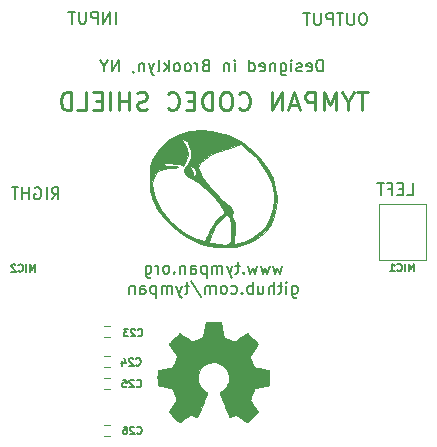
<source format=gbr>
G04 #@! TF.GenerationSoftware,KiCad,Pcbnew,(5.0.1-3-g963ef8bb5)*
G04 #@! TF.CreationDate,2019-01-09T17:43:23-05:00*
G04 #@! TF.ProjectId,Tympan_AIC_Shield,54796D70616E5F4149435F536869656C,rev?*
G04 #@! TF.SameCoordinates,PX6d878d0PY5279480*
G04 #@! TF.FileFunction,Legend,Bot*
G04 #@! TF.FilePolarity,Positive*
%FSLAX46Y46*%
G04 Gerber Fmt 4.6, Leading zero omitted, Abs format (unit mm)*
G04 Created by KiCad (PCBNEW (5.0.1-3-g963ef8bb5)) date Wednesday, January 09, 2019 at 05:43:23 PM*
%MOMM*%
%LPD*%
G01*
G04 APERTURE LIST*
%ADD10C,0.200000*%
%ADD11C,0.250000*%
%ADD12C,0.120000*%
%ADD13C,0.100000*%
%ADD14C,0.010000*%
%ADD15C,0.127000*%
G04 APERTURE END LIST*
D10*
X5308333Y23397620D02*
X5641666Y23873810D01*
X5879761Y23397620D02*
X5879761Y24397620D01*
X5498809Y24397620D01*
X5403571Y24350000D01*
X5355952Y24302381D01*
X5308333Y24207143D01*
X5308333Y24064286D01*
X5355952Y23969048D01*
X5403571Y23921429D01*
X5498809Y23873810D01*
X5879761Y23873810D01*
X4879761Y23397620D02*
X4879761Y24397620D01*
X3879761Y24350000D02*
X3975000Y24397620D01*
X4117857Y24397620D01*
X4260714Y24350000D01*
X4355952Y24254762D01*
X4403571Y24159524D01*
X4451190Y23969048D01*
X4451190Y23826191D01*
X4403571Y23635715D01*
X4355952Y23540477D01*
X4260714Y23445239D01*
X4117857Y23397620D01*
X4022619Y23397620D01*
X3879761Y23445239D01*
X3832142Y23492858D01*
X3832142Y23826191D01*
X4022619Y23826191D01*
X3403571Y23397620D02*
X3403571Y24397620D01*
X3403571Y23921429D02*
X2832142Y23921429D01*
X2832142Y23397620D02*
X2832142Y24397620D01*
X2498809Y24397620D02*
X1927380Y24397620D01*
X2213095Y23397620D02*
X2213095Y24397620D01*
X35402380Y23772620D02*
X35878571Y23772620D01*
X35878571Y24772620D01*
X35069047Y24296429D02*
X34735714Y24296429D01*
X34592857Y23772620D02*
X35069047Y23772620D01*
X35069047Y24772620D01*
X34592857Y24772620D01*
X33830952Y24296429D02*
X34164285Y24296429D01*
X34164285Y23772620D02*
X34164285Y24772620D01*
X33688095Y24772620D01*
X33450000Y24772620D02*
X32878571Y24772620D01*
X33164285Y23772620D02*
X33164285Y24772620D01*
X10728571Y38272620D02*
X10728571Y39272620D01*
X10252380Y38272620D02*
X10252380Y39272620D01*
X9680952Y38272620D01*
X9680952Y39272620D01*
X9204761Y38272620D02*
X9204761Y39272620D01*
X8823809Y39272620D01*
X8728571Y39225000D01*
X8680952Y39177381D01*
X8633333Y39082143D01*
X8633333Y38939286D01*
X8680952Y38844048D01*
X8728571Y38796429D01*
X8823809Y38748810D01*
X9204761Y38748810D01*
X8204761Y39272620D02*
X8204761Y38463096D01*
X8157142Y38367858D01*
X8109523Y38320239D01*
X8014285Y38272620D01*
X7823809Y38272620D01*
X7728571Y38320239D01*
X7680952Y38367858D01*
X7633333Y38463096D01*
X7633333Y39272620D01*
X7300000Y39272620D02*
X6728571Y39272620D01*
X7014285Y38272620D02*
X7014285Y39272620D01*
X31779761Y39147620D02*
X31589285Y39147620D01*
X31494047Y39100000D01*
X31398809Y39004762D01*
X31351190Y38814286D01*
X31351190Y38480953D01*
X31398809Y38290477D01*
X31494047Y38195239D01*
X31589285Y38147620D01*
X31779761Y38147620D01*
X31875000Y38195239D01*
X31970238Y38290477D01*
X32017857Y38480953D01*
X32017857Y38814286D01*
X31970238Y39004762D01*
X31875000Y39100000D01*
X31779761Y39147620D01*
X30922619Y39147620D02*
X30922619Y38338096D01*
X30875000Y38242858D01*
X30827380Y38195239D01*
X30732142Y38147620D01*
X30541666Y38147620D01*
X30446428Y38195239D01*
X30398809Y38242858D01*
X30351190Y38338096D01*
X30351190Y39147620D01*
X30017857Y39147620D02*
X29446428Y39147620D01*
X29732142Y38147620D02*
X29732142Y39147620D01*
X29113095Y38147620D02*
X29113095Y39147620D01*
X28732142Y39147620D01*
X28636904Y39100000D01*
X28589285Y39052381D01*
X28541666Y38957143D01*
X28541666Y38814286D01*
X28589285Y38719048D01*
X28636904Y38671429D01*
X28732142Y38623810D01*
X29113095Y38623810D01*
X28113095Y39147620D02*
X28113095Y38338096D01*
X28065476Y38242858D01*
X28017857Y38195239D01*
X27922619Y38147620D01*
X27732142Y38147620D01*
X27636904Y38195239D01*
X27589285Y38242858D01*
X27541666Y38338096D01*
X27541666Y39147620D01*
X27208333Y39147620D02*
X26636904Y39147620D01*
X26922619Y38147620D02*
X26922619Y39147620D01*
X24809523Y17764286D02*
X24619047Y17097620D01*
X24428571Y17573810D01*
X24238095Y17097620D01*
X24047619Y17764286D01*
X23761904Y17764286D02*
X23571428Y17097620D01*
X23380952Y17573810D01*
X23190476Y17097620D01*
X23000000Y17764286D01*
X22714285Y17764286D02*
X22523809Y17097620D01*
X22333333Y17573810D01*
X22142857Y17097620D01*
X21952380Y17764286D01*
X21571428Y17192858D02*
X21523809Y17145239D01*
X21571428Y17097620D01*
X21619047Y17145239D01*
X21571428Y17192858D01*
X21571428Y17097620D01*
X21238095Y17764286D02*
X20857142Y17764286D01*
X21095238Y18097620D02*
X21095238Y17240477D01*
X21047619Y17145239D01*
X20952380Y17097620D01*
X20857142Y17097620D01*
X20619047Y17764286D02*
X20380952Y17097620D01*
X20142857Y17764286D02*
X20380952Y17097620D01*
X20476190Y16859524D01*
X20523809Y16811905D01*
X20619047Y16764286D01*
X19761904Y17097620D02*
X19761904Y17764286D01*
X19761904Y17669048D02*
X19714285Y17716667D01*
X19619047Y17764286D01*
X19476190Y17764286D01*
X19380952Y17716667D01*
X19333333Y17621429D01*
X19333333Y17097620D01*
X19333333Y17621429D02*
X19285714Y17716667D01*
X19190476Y17764286D01*
X19047619Y17764286D01*
X18952380Y17716667D01*
X18904761Y17621429D01*
X18904761Y17097620D01*
X18428571Y17764286D02*
X18428571Y16764286D01*
X18428571Y17716667D02*
X18333333Y17764286D01*
X18142857Y17764286D01*
X18047619Y17716667D01*
X18000000Y17669048D01*
X17952380Y17573810D01*
X17952380Y17288096D01*
X18000000Y17192858D01*
X18047619Y17145239D01*
X18142857Y17097620D01*
X18333333Y17097620D01*
X18428571Y17145239D01*
X17095238Y17097620D02*
X17095238Y17621429D01*
X17142857Y17716667D01*
X17238095Y17764286D01*
X17428571Y17764286D01*
X17523809Y17716667D01*
X17095238Y17145239D02*
X17190476Y17097620D01*
X17428571Y17097620D01*
X17523809Y17145239D01*
X17571428Y17240477D01*
X17571428Y17335715D01*
X17523809Y17430953D01*
X17428571Y17478572D01*
X17190476Y17478572D01*
X17095238Y17526191D01*
X16619047Y17764286D02*
X16619047Y17097620D01*
X16619047Y17669048D02*
X16571428Y17716667D01*
X16476190Y17764286D01*
X16333333Y17764286D01*
X16238095Y17716667D01*
X16190476Y17621429D01*
X16190476Y17097620D01*
X15714285Y17192858D02*
X15666666Y17145239D01*
X15714285Y17097620D01*
X15761904Y17145239D01*
X15714285Y17192858D01*
X15714285Y17097620D01*
X15095238Y17097620D02*
X15190476Y17145239D01*
X15238095Y17192858D01*
X15285714Y17288096D01*
X15285714Y17573810D01*
X15238095Y17669048D01*
X15190476Y17716667D01*
X15095238Y17764286D01*
X14952380Y17764286D01*
X14857142Y17716667D01*
X14809523Y17669048D01*
X14761904Y17573810D01*
X14761904Y17288096D01*
X14809523Y17192858D01*
X14857142Y17145239D01*
X14952380Y17097620D01*
X15095238Y17097620D01*
X14333333Y17097620D02*
X14333333Y17764286D01*
X14333333Y17573810D02*
X14285714Y17669048D01*
X14238095Y17716667D01*
X14142857Y17764286D01*
X14047619Y17764286D01*
X13285714Y17764286D02*
X13285714Y16954762D01*
X13333333Y16859524D01*
X13380952Y16811905D01*
X13476190Y16764286D01*
X13619047Y16764286D01*
X13714285Y16811905D01*
X13285714Y17145239D02*
X13380952Y17097620D01*
X13571428Y17097620D01*
X13666666Y17145239D01*
X13714285Y17192858D01*
X13761904Y17288096D01*
X13761904Y17573810D01*
X13714285Y17669048D01*
X13666666Y17716667D01*
X13571428Y17764286D01*
X13380952Y17764286D01*
X13285714Y17716667D01*
X25666666Y16064286D02*
X25666666Y15254762D01*
X25714285Y15159524D01*
X25761904Y15111905D01*
X25857142Y15064286D01*
X26000000Y15064286D01*
X26095238Y15111905D01*
X25666666Y15445239D02*
X25761904Y15397620D01*
X25952380Y15397620D01*
X26047619Y15445239D01*
X26095238Y15492858D01*
X26142857Y15588096D01*
X26142857Y15873810D01*
X26095238Y15969048D01*
X26047619Y16016667D01*
X25952380Y16064286D01*
X25761904Y16064286D01*
X25666666Y16016667D01*
X25190476Y15397620D02*
X25190476Y16064286D01*
X25190476Y16397620D02*
X25238095Y16350000D01*
X25190476Y16302381D01*
X25142857Y16350000D01*
X25190476Y16397620D01*
X25190476Y16302381D01*
X24857142Y16064286D02*
X24476190Y16064286D01*
X24714285Y16397620D02*
X24714285Y15540477D01*
X24666666Y15445239D01*
X24571428Y15397620D01*
X24476190Y15397620D01*
X24142857Y15397620D02*
X24142857Y16397620D01*
X23714285Y15397620D02*
X23714285Y15921429D01*
X23761904Y16016667D01*
X23857142Y16064286D01*
X24000000Y16064286D01*
X24095238Y16016667D01*
X24142857Y15969048D01*
X22809523Y16064286D02*
X22809523Y15397620D01*
X23238095Y16064286D02*
X23238095Y15540477D01*
X23190476Y15445239D01*
X23095238Y15397620D01*
X22952380Y15397620D01*
X22857142Y15445239D01*
X22809523Y15492858D01*
X22333333Y15397620D02*
X22333333Y16397620D01*
X22333333Y16016667D02*
X22238095Y16064286D01*
X22047619Y16064286D01*
X21952380Y16016667D01*
X21904761Y15969048D01*
X21857142Y15873810D01*
X21857142Y15588096D01*
X21904761Y15492858D01*
X21952380Y15445239D01*
X22047619Y15397620D01*
X22238095Y15397620D01*
X22333333Y15445239D01*
X21428571Y15492858D02*
X21380952Y15445239D01*
X21428571Y15397620D01*
X21476190Y15445239D01*
X21428571Y15492858D01*
X21428571Y15397620D01*
X20523809Y15445239D02*
X20619047Y15397620D01*
X20809523Y15397620D01*
X20904761Y15445239D01*
X20952380Y15492858D01*
X21000000Y15588096D01*
X21000000Y15873810D01*
X20952380Y15969048D01*
X20904761Y16016667D01*
X20809523Y16064286D01*
X20619047Y16064286D01*
X20523809Y16016667D01*
X19952380Y15397620D02*
X20047619Y15445239D01*
X20095238Y15492858D01*
X20142857Y15588096D01*
X20142857Y15873810D01*
X20095238Y15969048D01*
X20047619Y16016667D01*
X19952380Y16064286D01*
X19809523Y16064286D01*
X19714285Y16016667D01*
X19666666Y15969048D01*
X19619047Y15873810D01*
X19619047Y15588096D01*
X19666666Y15492858D01*
X19714285Y15445239D01*
X19809523Y15397620D01*
X19952380Y15397620D01*
X19190476Y15397620D02*
X19190476Y16064286D01*
X19190476Y15969048D02*
X19142857Y16016667D01*
X19047619Y16064286D01*
X18904761Y16064286D01*
X18809523Y16016667D01*
X18761904Y15921429D01*
X18761904Y15397620D01*
X18761904Y15921429D02*
X18714285Y16016667D01*
X18619047Y16064286D01*
X18476190Y16064286D01*
X18380952Y16016667D01*
X18333333Y15921429D01*
X18333333Y15397620D01*
X17142857Y16445239D02*
X18000000Y15159524D01*
X16952380Y16064286D02*
X16571428Y16064286D01*
X16809523Y16397620D02*
X16809523Y15540477D01*
X16761904Y15445239D01*
X16666666Y15397620D01*
X16571428Y15397620D01*
X16333333Y16064286D02*
X16095238Y15397620D01*
X15857142Y16064286D02*
X16095238Y15397620D01*
X16190476Y15159524D01*
X16238095Y15111905D01*
X16333333Y15064286D01*
X15476190Y15397620D02*
X15476190Y16064286D01*
X15476190Y15969048D02*
X15428571Y16016667D01*
X15333333Y16064286D01*
X15190476Y16064286D01*
X15095238Y16016667D01*
X15047619Y15921429D01*
X15047619Y15397620D01*
X15047619Y15921429D02*
X15000000Y16016667D01*
X14904761Y16064286D01*
X14761904Y16064286D01*
X14666666Y16016667D01*
X14619047Y15921429D01*
X14619047Y15397620D01*
X14142857Y16064286D02*
X14142857Y15064286D01*
X14142857Y16016667D02*
X14047619Y16064286D01*
X13857142Y16064286D01*
X13761904Y16016667D01*
X13714285Y15969048D01*
X13666666Y15873810D01*
X13666666Y15588096D01*
X13714285Y15492858D01*
X13761904Y15445239D01*
X13857142Y15397620D01*
X14047619Y15397620D01*
X14142857Y15445239D01*
X12809523Y15397620D02*
X12809523Y15921429D01*
X12857142Y16016667D01*
X12952380Y16064286D01*
X13142857Y16064286D01*
X13238095Y16016667D01*
X12809523Y15445239D02*
X12904761Y15397620D01*
X13142857Y15397620D01*
X13238095Y15445239D01*
X13285714Y15540477D01*
X13285714Y15635715D01*
X13238095Y15730953D01*
X13142857Y15778572D01*
X12904761Y15778572D01*
X12809523Y15826191D01*
X12333333Y16064286D02*
X12333333Y15397620D01*
X12333333Y15969048D02*
X12285714Y16016667D01*
X12190476Y16064286D01*
X12047619Y16064286D01*
X11952380Y16016667D01*
X11904761Y15921429D01*
X11904761Y15397620D01*
X28282142Y34222620D02*
X28282142Y35222620D01*
X28044047Y35222620D01*
X27901190Y35175000D01*
X27805952Y35079762D01*
X27758333Y34984524D01*
X27710714Y34794048D01*
X27710714Y34651191D01*
X27758333Y34460715D01*
X27805952Y34365477D01*
X27901190Y34270239D01*
X28044047Y34222620D01*
X28282142Y34222620D01*
X26901190Y34270239D02*
X26996428Y34222620D01*
X27186904Y34222620D01*
X27282142Y34270239D01*
X27329761Y34365477D01*
X27329761Y34746429D01*
X27282142Y34841667D01*
X27186904Y34889286D01*
X26996428Y34889286D01*
X26901190Y34841667D01*
X26853571Y34746429D01*
X26853571Y34651191D01*
X27329761Y34555953D01*
X26472619Y34270239D02*
X26377380Y34222620D01*
X26186904Y34222620D01*
X26091666Y34270239D01*
X26044047Y34365477D01*
X26044047Y34413096D01*
X26091666Y34508334D01*
X26186904Y34555953D01*
X26329761Y34555953D01*
X26425000Y34603572D01*
X26472619Y34698810D01*
X26472619Y34746429D01*
X26425000Y34841667D01*
X26329761Y34889286D01*
X26186904Y34889286D01*
X26091666Y34841667D01*
X25615476Y34222620D02*
X25615476Y34889286D01*
X25615476Y35222620D02*
X25663095Y35175000D01*
X25615476Y35127381D01*
X25567857Y35175000D01*
X25615476Y35222620D01*
X25615476Y35127381D01*
X24710714Y34889286D02*
X24710714Y34079762D01*
X24758333Y33984524D01*
X24805952Y33936905D01*
X24901190Y33889286D01*
X25044047Y33889286D01*
X25139285Y33936905D01*
X24710714Y34270239D02*
X24805952Y34222620D01*
X24996428Y34222620D01*
X25091666Y34270239D01*
X25139285Y34317858D01*
X25186904Y34413096D01*
X25186904Y34698810D01*
X25139285Y34794048D01*
X25091666Y34841667D01*
X24996428Y34889286D01*
X24805952Y34889286D01*
X24710714Y34841667D01*
X24234523Y34889286D02*
X24234523Y34222620D01*
X24234523Y34794048D02*
X24186904Y34841667D01*
X24091666Y34889286D01*
X23948809Y34889286D01*
X23853571Y34841667D01*
X23805952Y34746429D01*
X23805952Y34222620D01*
X22948809Y34270239D02*
X23044047Y34222620D01*
X23234523Y34222620D01*
X23329761Y34270239D01*
X23377380Y34365477D01*
X23377380Y34746429D01*
X23329761Y34841667D01*
X23234523Y34889286D01*
X23044047Y34889286D01*
X22948809Y34841667D01*
X22901190Y34746429D01*
X22901190Y34651191D01*
X23377380Y34555953D01*
X22044047Y34222620D02*
X22044047Y35222620D01*
X22044047Y34270239D02*
X22139285Y34222620D01*
X22329761Y34222620D01*
X22425000Y34270239D01*
X22472619Y34317858D01*
X22520238Y34413096D01*
X22520238Y34698810D01*
X22472619Y34794048D01*
X22425000Y34841667D01*
X22329761Y34889286D01*
X22139285Y34889286D01*
X22044047Y34841667D01*
X20805952Y34222620D02*
X20805952Y34889286D01*
X20805952Y35222620D02*
X20853571Y35175000D01*
X20805952Y35127381D01*
X20758333Y35175000D01*
X20805952Y35222620D01*
X20805952Y35127381D01*
X20329761Y34889286D02*
X20329761Y34222620D01*
X20329761Y34794048D02*
X20282142Y34841667D01*
X20186904Y34889286D01*
X20044047Y34889286D01*
X19948809Y34841667D01*
X19901190Y34746429D01*
X19901190Y34222620D01*
X18329761Y34746429D02*
X18186904Y34698810D01*
X18139285Y34651191D01*
X18091666Y34555953D01*
X18091666Y34413096D01*
X18139285Y34317858D01*
X18186904Y34270239D01*
X18282142Y34222620D01*
X18663095Y34222620D01*
X18663095Y35222620D01*
X18329761Y35222620D01*
X18234523Y35175000D01*
X18186904Y35127381D01*
X18139285Y35032143D01*
X18139285Y34936905D01*
X18186904Y34841667D01*
X18234523Y34794048D01*
X18329761Y34746429D01*
X18663095Y34746429D01*
X17663095Y34222620D02*
X17663095Y34889286D01*
X17663095Y34698810D02*
X17615476Y34794048D01*
X17567857Y34841667D01*
X17472619Y34889286D01*
X17377380Y34889286D01*
X16901190Y34222620D02*
X16996428Y34270239D01*
X17044047Y34317858D01*
X17091666Y34413096D01*
X17091666Y34698810D01*
X17044047Y34794048D01*
X16996428Y34841667D01*
X16901190Y34889286D01*
X16758333Y34889286D01*
X16663095Y34841667D01*
X16615476Y34794048D01*
X16567857Y34698810D01*
X16567857Y34413096D01*
X16615476Y34317858D01*
X16663095Y34270239D01*
X16758333Y34222620D01*
X16901190Y34222620D01*
X15996428Y34222620D02*
X16091666Y34270239D01*
X16139285Y34317858D01*
X16186904Y34413096D01*
X16186904Y34698810D01*
X16139285Y34794048D01*
X16091666Y34841667D01*
X15996428Y34889286D01*
X15853571Y34889286D01*
X15758333Y34841667D01*
X15710714Y34794048D01*
X15663095Y34698810D01*
X15663095Y34413096D01*
X15710714Y34317858D01*
X15758333Y34270239D01*
X15853571Y34222620D01*
X15996428Y34222620D01*
X15234523Y34222620D02*
X15234523Y35222620D01*
X15139285Y34603572D02*
X14853571Y34222620D01*
X14853571Y34889286D02*
X15234523Y34508334D01*
X14282142Y34222620D02*
X14377380Y34270239D01*
X14425000Y34365477D01*
X14425000Y35222620D01*
X13996428Y34889286D02*
X13758333Y34222620D01*
X13520238Y34889286D02*
X13758333Y34222620D01*
X13853571Y33984524D01*
X13901190Y33936905D01*
X13996428Y33889286D01*
X13139285Y34889286D02*
X13139285Y34222620D01*
X13139285Y34794048D02*
X13091666Y34841667D01*
X12996428Y34889286D01*
X12853571Y34889286D01*
X12758333Y34841667D01*
X12710714Y34746429D01*
X12710714Y34222620D01*
X12186904Y34270239D02*
X12186904Y34222620D01*
X12234523Y34127381D01*
X12282142Y34079762D01*
X10996428Y34222620D02*
X10996428Y35222620D01*
X10425000Y34222620D01*
X10425000Y35222620D01*
X9758333Y34698810D02*
X9758333Y34222620D01*
X10091666Y35222620D02*
X9758333Y34698810D01*
X9425000Y35222620D01*
D11*
X32062857Y32459572D02*
X31192000Y32459572D01*
X31627428Y30935572D02*
X31627428Y32459572D01*
X30393714Y31661286D02*
X30393714Y30935572D01*
X30901714Y32459572D02*
X30393714Y31661286D01*
X29885714Y32459572D01*
X29377714Y30935572D02*
X29377714Y32459572D01*
X28869714Y31371000D01*
X28361714Y32459572D01*
X28361714Y30935572D01*
X27636000Y30935572D02*
X27636000Y32459572D01*
X27055428Y32459572D01*
X26910285Y32387000D01*
X26837714Y32314429D01*
X26765142Y32169286D01*
X26765142Y31951572D01*
X26837714Y31806429D01*
X26910285Y31733858D01*
X27055428Y31661286D01*
X27636000Y31661286D01*
X26184571Y31371000D02*
X25458857Y31371000D01*
X26329714Y30935572D02*
X25821714Y32459572D01*
X25313714Y30935572D01*
X24805714Y30935572D02*
X24805714Y32459572D01*
X23934857Y30935572D01*
X23934857Y32459572D01*
X21177142Y31080715D02*
X21249714Y31008143D01*
X21467428Y30935572D01*
X21612571Y30935572D01*
X21830285Y31008143D01*
X21975428Y31153286D01*
X22048000Y31298429D01*
X22120571Y31588715D01*
X22120571Y31806429D01*
X22048000Y32096715D01*
X21975428Y32241858D01*
X21830285Y32387000D01*
X21612571Y32459572D01*
X21467428Y32459572D01*
X21249714Y32387000D01*
X21177142Y32314429D01*
X20233714Y32459572D02*
X19943428Y32459572D01*
X19798285Y32387000D01*
X19653142Y32241858D01*
X19580571Y31951572D01*
X19580571Y31443572D01*
X19653142Y31153286D01*
X19798285Y31008143D01*
X19943428Y30935572D01*
X20233714Y30935572D01*
X20378857Y31008143D01*
X20524000Y31153286D01*
X20596571Y31443572D01*
X20596571Y31951572D01*
X20524000Y32241858D01*
X20378857Y32387000D01*
X20233714Y32459572D01*
X18927428Y30935572D02*
X18927428Y32459572D01*
X18564571Y32459572D01*
X18346857Y32387000D01*
X18201714Y32241858D01*
X18129142Y32096715D01*
X18056571Y31806429D01*
X18056571Y31588715D01*
X18129142Y31298429D01*
X18201714Y31153286D01*
X18346857Y31008143D01*
X18564571Y30935572D01*
X18927428Y30935572D01*
X17403428Y31733858D02*
X16895428Y31733858D01*
X16677714Y30935572D02*
X17403428Y30935572D01*
X17403428Y32459572D01*
X16677714Y32459572D01*
X15153714Y31080715D02*
X15226285Y31008143D01*
X15444000Y30935572D01*
X15589142Y30935572D01*
X15806857Y31008143D01*
X15952000Y31153286D01*
X16024571Y31298429D01*
X16097142Y31588715D01*
X16097142Y31806429D01*
X16024571Y32096715D01*
X15952000Y32241858D01*
X15806857Y32387000D01*
X15589142Y32459572D01*
X15444000Y32459572D01*
X15226285Y32387000D01*
X15153714Y32314429D01*
X13412000Y31008143D02*
X13194285Y30935572D01*
X12831428Y30935572D01*
X12686285Y31008143D01*
X12613714Y31080715D01*
X12541142Y31225858D01*
X12541142Y31371000D01*
X12613714Y31516143D01*
X12686285Y31588715D01*
X12831428Y31661286D01*
X13121714Y31733858D01*
X13266857Y31806429D01*
X13339428Y31879000D01*
X13412000Y32024143D01*
X13412000Y32169286D01*
X13339428Y32314429D01*
X13266857Y32387000D01*
X13121714Y32459572D01*
X12758857Y32459572D01*
X12541142Y32387000D01*
X11888000Y30935572D02*
X11888000Y32459572D01*
X11888000Y31733858D02*
X11017142Y31733858D01*
X11017142Y30935572D02*
X11017142Y32459572D01*
X10291428Y30935572D02*
X10291428Y32459572D01*
X9565714Y31733858D02*
X9057714Y31733858D01*
X8840000Y30935572D02*
X9565714Y30935572D01*
X9565714Y32459572D01*
X8840000Y32459572D01*
X7461142Y30935572D02*
X8186857Y30935572D01*
X8186857Y32459572D01*
X6953142Y30935572D02*
X6953142Y32459572D01*
X6590285Y32459572D01*
X6372571Y32387000D01*
X6227428Y32241858D01*
X6154857Y32096715D01*
X6082285Y31806429D01*
X6082285Y31588715D01*
X6154857Y31298429D01*
X6227428Y31153286D01*
X6372571Y31008143D01*
X6590285Y30935572D01*
X6953142Y30935572D01*
D12*
G04 #@! TO.C,C23*
X9750000Y12645000D02*
X10250000Y12645000D01*
X10250000Y11705000D02*
X9750000Y11705000D01*
G04 #@! TO.C,C24*
X9750000Y10120000D02*
X10250000Y10120000D01*
X10250000Y9180000D02*
X9750000Y9180000D01*
G04 #@! TO.C,C25*
X9750000Y8295000D02*
X10250000Y8295000D01*
X10250000Y7355000D02*
X9750000Y7355000D01*
G04 #@! TO.C,C26*
X9750000Y4320000D02*
X10250000Y4320000D01*
X10250000Y3380000D02*
X9750000Y3380000D01*
D13*
G04 #@! TO.C,MIC1*
X33000000Y23000000D02*
X33000000Y18250000D01*
X33000000Y18250000D02*
X37000000Y18250000D01*
X37000000Y18250000D02*
X37000000Y23000000D01*
X37000000Y23000000D02*
X33000000Y23000000D01*
D14*
G04 #@! TO.C,G\002A\002A\002A*
G36*
X17048442Y29133056D02*
X16177488Y28910696D01*
X15673000Y28702495D01*
X15193417Y28402662D01*
X14716422Y27983505D01*
X14285540Y27490012D01*
X13944296Y26967169D01*
X13887842Y26857333D01*
X13769544Y26608863D01*
X13688991Y26407309D01*
X13639035Y26210412D01*
X13612527Y25975914D01*
X13602319Y25661555D01*
X13601263Y25225077D01*
X13601409Y25164000D01*
X13605975Y24690126D01*
X13620937Y24341182D01*
X13652306Y24072823D01*
X13706095Y23840702D01*
X13788315Y23600473D01*
X13826784Y23501567D01*
X14271796Y22601945D01*
X14865095Y21778347D01*
X15382818Y21232164D01*
X16001475Y20687451D01*
X16602458Y20258633D01*
X17241757Y19912331D01*
X17975362Y19615165D01*
X18255333Y19519682D01*
X18697875Y19414769D01*
X19247419Y19344191D01*
X19844663Y19310402D01*
X20430305Y19315858D01*
X20945041Y19363015D01*
X21144623Y19400058D01*
X21922539Y19657821D01*
X22636669Y20051718D01*
X23259513Y20562273D01*
X23763570Y21170009D01*
X23861345Y21324044D01*
X24177957Y22011740D01*
X24348909Y22759534D01*
X24369726Y23341246D01*
X24139667Y23341246D01*
X24060545Y22548206D01*
X23829498Y21819346D01*
X23456009Y21167637D01*
X22949557Y20606052D01*
X22319624Y20147560D01*
X21575689Y19805133D01*
X21548141Y19795560D01*
X21123321Y19666424D01*
X20844476Y19621612D01*
X20710754Y19661096D01*
X20712849Y19766500D01*
X20747381Y19918575D01*
X20782176Y20187276D01*
X20810714Y20520035D01*
X20815236Y20592000D01*
X20818892Y20719000D01*
X20541102Y20719000D01*
X20533899Y20233793D01*
X20496078Y19895979D01*
X20402833Y19683718D01*
X20229359Y19575172D01*
X19950851Y19548500D01*
X19542504Y19581862D01*
X19285761Y19613731D01*
X18990241Y19657030D01*
X18767113Y19699465D01*
X18663825Y19731984D01*
X18663302Y19732476D01*
X18656952Y19843517D01*
X18713250Y20062952D01*
X18816319Y20349150D01*
X18950285Y20660479D01*
X19099270Y20955308D01*
X19184814Y21100000D01*
X19397757Y21394006D01*
X19642670Y21670879D01*
X19885179Y21897497D01*
X20090908Y22040740D01*
X20195341Y22073667D01*
X20329095Y21992605D01*
X20433650Y21760094D01*
X20504919Y21392144D01*
X20538815Y20904769D01*
X20541102Y20719000D01*
X20818892Y20719000D01*
X20826994Y21000362D01*
X20800534Y21311683D01*
X20727785Y21595553D01*
X20685120Y21713858D01*
X20605066Y21963521D01*
X20575445Y22144796D01*
X20591792Y22205688D01*
X20630495Y22270031D01*
X19989371Y22270031D01*
X19660888Y22006055D01*
X19342806Y21689676D01*
X19022248Y21268201D01*
X18738316Y20800684D01*
X18530114Y20346179D01*
X18496306Y20247331D01*
X18403168Y19998178D01*
X18312949Y19831675D01*
X18261038Y19788701D01*
X18145641Y19821238D01*
X17918939Y19906787D01*
X17624020Y20028809D01*
X17533277Y20068048D01*
X16712514Y20484105D01*
X15996182Y20979942D01*
X15334005Y21592556D01*
X15073318Y21878263D01*
X14643968Y22433684D01*
X14297424Y23013558D01*
X14040567Y23594311D01*
X13880278Y24152365D01*
X13823439Y24664146D01*
X13876930Y25106078D01*
X14034489Y25437447D01*
X14258433Y25697986D01*
X14494828Y25868900D01*
X14789887Y25970860D01*
X15189824Y26024539D01*
X15373201Y26036280D01*
X15758372Y26068551D01*
X15976034Y26110814D01*
X16026254Y26155089D01*
X15909097Y26193392D01*
X15624629Y26217742D01*
X15371670Y26222333D01*
X15031313Y26235145D01*
X14816159Y26269856D01*
X14738443Y26320882D01*
X14810396Y26382639D01*
X14932167Y26422969D01*
X15376768Y26473283D01*
X15853086Y26415460D01*
X16098133Y26338735D01*
X16311247Y26261969D01*
X16445965Y26229506D01*
X16466143Y26232902D01*
X16729574Y26694051D01*
X16844713Y27170097D01*
X16811599Y27633837D01*
X16630271Y28058071D01*
X16463161Y28269127D01*
X16322495Y28422673D01*
X16294113Y28490708D01*
X16371012Y28507904D01*
X16414851Y28508333D01*
X16629426Y28429635D01*
X16826614Y28217295D01*
X16984556Y27906944D01*
X17081397Y27534217D01*
X17096734Y27396694D01*
X17108198Y27113618D01*
X17080833Y26900521D01*
X16995961Y26689147D01*
X16834902Y26411238D01*
X16820806Y26388362D01*
X16615793Y26020240D01*
X16530872Y25746074D01*
X16572874Y25533943D01*
X16748630Y25351922D01*
X17064970Y25168090D01*
X17083946Y25158603D01*
X17782763Y24742039D01*
X18459489Y24210921D01*
X19071402Y23604819D01*
X19575780Y22963300D01*
X19744162Y22694750D01*
X19989371Y22270031D01*
X20630495Y22270031D01*
X20670564Y22336642D01*
X20599342Y22534376D01*
X20381166Y22793179D01*
X20183163Y22973549D01*
X19688187Y23420712D01*
X19213006Y23899030D01*
X18774441Y24387048D01*
X18389315Y24863311D01*
X18074448Y25306365D01*
X17940661Y25534482D01*
X17535232Y25534482D01*
X17479222Y25432111D01*
X17363381Y25377180D01*
X17295127Y25476888D01*
X17281667Y25619300D01*
X17239908Y25834166D01*
X17154667Y25968333D01*
X17042586Y26104627D01*
X17052378Y26200963D01*
X17126833Y26222333D01*
X17302194Y26149633D01*
X17446379Y25971144D01*
X17532891Y25746287D01*
X17535232Y25534482D01*
X17940661Y25534482D01*
X17846663Y25694754D01*
X17722779Y26007024D01*
X17705000Y26134294D01*
X17777284Y26330868D01*
X17974168Y26569606D01*
X18265704Y26823473D01*
X18621942Y27065438D01*
X18908032Y27220177D01*
X19232829Y27359977D01*
X19656731Y27519047D01*
X20114995Y27673907D01*
X20397194Y27760193D01*
X21326477Y28030183D01*
X21892175Y27580044D01*
X22576193Y26947189D01*
X23152723Y26232073D01*
X23608917Y25458927D01*
X23931927Y24651980D01*
X24108906Y23835465D01*
X24139667Y23341246D01*
X24369726Y23341246D01*
X24377061Y23546180D01*
X24265271Y24350437D01*
X24016398Y25151062D01*
X23633302Y25926811D01*
X23148569Y26620243D01*
X22772175Y27047017D01*
X22329191Y27495295D01*
X21884324Y27901271D01*
X21674147Y28074153D01*
X21428218Y28234750D01*
X21074356Y28426420D01*
X20664476Y28624352D01*
X20250490Y28803736D01*
X19884313Y28939760D01*
X19821667Y28959493D01*
X18903214Y29159479D01*
X17967912Y29216659D01*
X17048442Y29133056D01*
X17048442Y29133056D01*
G37*
X17048442Y29133056D02*
X16177488Y28910696D01*
X15673000Y28702495D01*
X15193417Y28402662D01*
X14716422Y27983505D01*
X14285540Y27490012D01*
X13944296Y26967169D01*
X13887842Y26857333D01*
X13769544Y26608863D01*
X13688991Y26407309D01*
X13639035Y26210412D01*
X13612527Y25975914D01*
X13602319Y25661555D01*
X13601263Y25225077D01*
X13601409Y25164000D01*
X13605975Y24690126D01*
X13620937Y24341182D01*
X13652306Y24072823D01*
X13706095Y23840702D01*
X13788315Y23600473D01*
X13826784Y23501567D01*
X14271796Y22601945D01*
X14865095Y21778347D01*
X15382818Y21232164D01*
X16001475Y20687451D01*
X16602458Y20258633D01*
X17241757Y19912331D01*
X17975362Y19615165D01*
X18255333Y19519682D01*
X18697875Y19414769D01*
X19247419Y19344191D01*
X19844663Y19310402D01*
X20430305Y19315858D01*
X20945041Y19363015D01*
X21144623Y19400058D01*
X21922539Y19657821D01*
X22636669Y20051718D01*
X23259513Y20562273D01*
X23763570Y21170009D01*
X23861345Y21324044D01*
X24177957Y22011740D01*
X24348909Y22759534D01*
X24369726Y23341246D01*
X24139667Y23341246D01*
X24060545Y22548206D01*
X23829498Y21819346D01*
X23456009Y21167637D01*
X22949557Y20606052D01*
X22319624Y20147560D01*
X21575689Y19805133D01*
X21548141Y19795560D01*
X21123321Y19666424D01*
X20844476Y19621612D01*
X20710754Y19661096D01*
X20712849Y19766500D01*
X20747381Y19918575D01*
X20782176Y20187276D01*
X20810714Y20520035D01*
X20815236Y20592000D01*
X20818892Y20719000D01*
X20541102Y20719000D01*
X20533899Y20233793D01*
X20496078Y19895979D01*
X20402833Y19683718D01*
X20229359Y19575172D01*
X19950851Y19548500D01*
X19542504Y19581862D01*
X19285761Y19613731D01*
X18990241Y19657030D01*
X18767113Y19699465D01*
X18663825Y19731984D01*
X18663302Y19732476D01*
X18656952Y19843517D01*
X18713250Y20062952D01*
X18816319Y20349150D01*
X18950285Y20660479D01*
X19099270Y20955308D01*
X19184814Y21100000D01*
X19397757Y21394006D01*
X19642670Y21670879D01*
X19885179Y21897497D01*
X20090908Y22040740D01*
X20195341Y22073667D01*
X20329095Y21992605D01*
X20433650Y21760094D01*
X20504919Y21392144D01*
X20538815Y20904769D01*
X20541102Y20719000D01*
X20818892Y20719000D01*
X20826994Y21000362D01*
X20800534Y21311683D01*
X20727785Y21595553D01*
X20685120Y21713858D01*
X20605066Y21963521D01*
X20575445Y22144796D01*
X20591792Y22205688D01*
X20630495Y22270031D01*
X19989371Y22270031D01*
X19660888Y22006055D01*
X19342806Y21689676D01*
X19022248Y21268201D01*
X18738316Y20800684D01*
X18530114Y20346179D01*
X18496306Y20247331D01*
X18403168Y19998178D01*
X18312949Y19831675D01*
X18261038Y19788701D01*
X18145641Y19821238D01*
X17918939Y19906787D01*
X17624020Y20028809D01*
X17533277Y20068048D01*
X16712514Y20484105D01*
X15996182Y20979942D01*
X15334005Y21592556D01*
X15073318Y21878263D01*
X14643968Y22433684D01*
X14297424Y23013558D01*
X14040567Y23594311D01*
X13880278Y24152365D01*
X13823439Y24664146D01*
X13876930Y25106078D01*
X14034489Y25437447D01*
X14258433Y25697986D01*
X14494828Y25868900D01*
X14789887Y25970860D01*
X15189824Y26024539D01*
X15373201Y26036280D01*
X15758372Y26068551D01*
X15976034Y26110814D01*
X16026254Y26155089D01*
X15909097Y26193392D01*
X15624629Y26217742D01*
X15371670Y26222333D01*
X15031313Y26235145D01*
X14816159Y26269856D01*
X14738443Y26320882D01*
X14810396Y26382639D01*
X14932167Y26422969D01*
X15376768Y26473283D01*
X15853086Y26415460D01*
X16098133Y26338735D01*
X16311247Y26261969D01*
X16445965Y26229506D01*
X16466143Y26232902D01*
X16729574Y26694051D01*
X16844713Y27170097D01*
X16811599Y27633837D01*
X16630271Y28058071D01*
X16463161Y28269127D01*
X16322495Y28422673D01*
X16294113Y28490708D01*
X16371012Y28507904D01*
X16414851Y28508333D01*
X16629426Y28429635D01*
X16826614Y28217295D01*
X16984556Y27906944D01*
X17081397Y27534217D01*
X17096734Y27396694D01*
X17108198Y27113618D01*
X17080833Y26900521D01*
X16995961Y26689147D01*
X16834902Y26411238D01*
X16820806Y26388362D01*
X16615793Y26020240D01*
X16530872Y25746074D01*
X16572874Y25533943D01*
X16748630Y25351922D01*
X17064970Y25168090D01*
X17083946Y25158603D01*
X17782763Y24742039D01*
X18459489Y24210921D01*
X19071402Y23604819D01*
X19575780Y22963300D01*
X19744162Y22694750D01*
X19989371Y22270031D01*
X20630495Y22270031D01*
X20670564Y22336642D01*
X20599342Y22534376D01*
X20381166Y22793179D01*
X20183163Y22973549D01*
X19688187Y23420712D01*
X19213006Y23899030D01*
X18774441Y24387048D01*
X18389315Y24863311D01*
X18074448Y25306365D01*
X17940661Y25534482D01*
X17535232Y25534482D01*
X17479222Y25432111D01*
X17363381Y25377180D01*
X17295127Y25476888D01*
X17281667Y25619300D01*
X17239908Y25834166D01*
X17154667Y25968333D01*
X17042586Y26104627D01*
X17052378Y26200963D01*
X17126833Y26222333D01*
X17302194Y26149633D01*
X17446379Y25971144D01*
X17532891Y25746287D01*
X17535232Y25534482D01*
X17940661Y25534482D01*
X17846663Y25694754D01*
X17722779Y26007024D01*
X17705000Y26134294D01*
X17777284Y26330868D01*
X17974168Y26569606D01*
X18265704Y26823473D01*
X18621942Y27065438D01*
X18908032Y27220177D01*
X19232829Y27359977D01*
X19656731Y27519047D01*
X20114995Y27673907D01*
X20397194Y27760193D01*
X21326477Y28030183D01*
X21892175Y27580044D01*
X22576193Y26947189D01*
X23152723Y26232073D01*
X23608917Y25458927D01*
X23931927Y24651980D01*
X24108906Y23835465D01*
X24139667Y23341246D01*
X24369726Y23341246D01*
X24377061Y23546180D01*
X24265271Y24350437D01*
X24016398Y25151062D01*
X23633302Y25926811D01*
X23148569Y26620243D01*
X22772175Y27047017D01*
X22329191Y27495295D01*
X21884324Y27901271D01*
X21674147Y28074153D01*
X21428218Y28234750D01*
X21074356Y28426420D01*
X20664476Y28624352D01*
X20250490Y28803736D01*
X19884313Y28939760D01*
X19821667Y28959493D01*
X18903214Y29159479D01*
X17967912Y29216659D01*
X17048442Y29133056D01*
G36*
X18809404Y12999981D02*
X18660236Y12998575D01*
X18546201Y12995974D01*
X18463703Y12992027D01*
X18409147Y12986585D01*
X18378938Y12979499D01*
X18370854Y12974208D01*
X18361875Y12947272D01*
X18346577Y12884158D01*
X18326113Y12790358D01*
X18301635Y12671362D01*
X18274297Y12532662D01*
X18245249Y12379749D01*
X18238698Y12344500D01*
X18209363Y12189099D01*
X18181377Y12046629D01*
X18155910Y11922595D01*
X18134130Y11822505D01*
X18117205Y11751864D01*
X18106303Y11716180D01*
X18104830Y11713569D01*
X18095561Y11703146D01*
X18082397Y11692691D01*
X18060527Y11680053D01*
X18025143Y11663085D01*
X17971436Y11639635D01*
X17894597Y11607557D01*
X17789815Y11564699D01*
X17652284Y11508913D01*
X17594944Y11485703D01*
X17481508Y11440729D01*
X17379489Y11402028D01*
X17296261Y11372261D01*
X17239194Y11354088D01*
X17217953Y11349667D01*
X17197575Y11355571D01*
X17160589Y11374326D01*
X17104610Y11407493D01*
X17027249Y11456634D01*
X16926120Y11523311D01*
X16798835Y11609087D01*
X16643008Y11715522D01*
X16456250Y11844180D01*
X16352628Y11915875D01*
X16272863Y11969587D01*
X16204444Y12012813D01*
X16155594Y12040531D01*
X16136007Y12048166D01*
X16115081Y12033717D01*
X16068365Y11992851D01*
X15999795Y11929291D01*
X15913306Y11846762D01*
X15812836Y11748988D01*
X15702320Y11639691D01*
X15668301Y11605719D01*
X15523970Y11459957D01*
X15409998Y11341909D01*
X15325559Y11250660D01*
X15269825Y11185296D01*
X15241969Y11144904D01*
X15238603Y11131028D01*
X15253477Y11105676D01*
X15289230Y11050348D01*
X15342634Y10969866D01*
X15410463Y10869052D01*
X15489489Y10752730D01*
X15576487Y10625724D01*
X15583394Y10615684D01*
X15670767Y10487969D01*
X15750222Y10370421D01*
X15818561Y10267883D01*
X15872585Y10185203D01*
X15909094Y10127225D01*
X15924890Y10098796D01*
X15925155Y10097977D01*
X15919510Y10070018D01*
X15898997Y10009390D01*
X15866051Y9922058D01*
X15823107Y9813989D01*
X15772600Y9691149D01*
X15716966Y9559502D01*
X15658639Y9425017D01*
X15600055Y9293657D01*
X15570184Y9228320D01*
X15559492Y9207382D01*
X15545664Y9189731D01*
X15524212Y9174098D01*
X15490649Y9159214D01*
X15440490Y9143809D01*
X15369245Y9126614D01*
X15272429Y9106360D01*
X15145555Y9081777D01*
X14984134Y9051595D01*
X14872500Y9030948D01*
X14725687Y9003229D01*
X14592017Y8976843D01*
X14477338Y8953036D01*
X14387496Y8933054D01*
X14328336Y8918145D01*
X14306292Y8910205D01*
X14297529Y8882543D01*
X14290348Y8819160D01*
X14284730Y8726636D01*
X14280661Y8611552D01*
X14278123Y8480490D01*
X14277100Y8340031D01*
X14277575Y8196757D01*
X14279531Y8057248D01*
X14282953Y7928086D01*
X14287823Y7815852D01*
X14294124Y7727127D01*
X14301841Y7668493D01*
X14309474Y7647251D01*
X14337464Y7637005D01*
X14401407Y7620557D01*
X14495585Y7599154D01*
X14614277Y7574045D01*
X14751766Y7546477D01*
X14902332Y7517700D01*
X14907433Y7516749D01*
X15086679Y7482803D01*
X15228212Y7454645D01*
X15336105Y7431291D01*
X15414434Y7411756D01*
X15467272Y7395054D01*
X15498693Y7380201D01*
X15509434Y7371225D01*
X15527964Y7339040D01*
X15558232Y7274773D01*
X15597389Y7185533D01*
X15642583Y7078429D01*
X15690962Y6960571D01*
X15739677Y6839068D01*
X15785877Y6721029D01*
X15826709Y6613564D01*
X15859324Y6523781D01*
X15880871Y6458791D01*
X15888500Y6425957D01*
X15884707Y6407719D01*
X15871960Y6378941D01*
X15848214Y6336468D01*
X15811421Y6277144D01*
X15759534Y6197813D01*
X15690505Y6095319D01*
X15602287Y5966507D01*
X15492834Y5808220D01*
X15416381Y5698166D01*
X15354039Y5606901D01*
X15300510Y5525456D01*
X15260576Y5461338D01*
X15239018Y5422054D01*
X15236896Y5416414D01*
X15242836Y5395137D01*
X15269096Y5356616D01*
X15317665Y5298623D01*
X15390531Y5218925D01*
X15489685Y5115294D01*
X15617116Y4985500D01*
X15658152Y4944147D01*
X15785998Y4816094D01*
X15887898Y4715498D01*
X15967284Y4639340D01*
X16027594Y4584602D01*
X16072261Y4548266D01*
X16104723Y4527313D01*
X16128413Y4518725D01*
X16142500Y4518584D01*
X16173858Y4532593D01*
X16234517Y4567653D01*
X16319193Y4620409D01*
X16422598Y4687502D01*
X16539449Y4765576D01*
X16644422Y4837392D01*
X16767889Y4921599D01*
X16881844Y4997130D01*
X16981130Y5060738D01*
X17060586Y5109180D01*
X17115053Y5139209D01*
X17137931Y5147833D01*
X17174631Y5137944D01*
X17237795Y5111296D01*
X17317294Y5072420D01*
X17373333Y5042519D01*
X17456762Y4997687D01*
X17528884Y4961121D01*
X17580131Y4937551D01*
X17597982Y4931394D01*
X17607927Y4932671D01*
X17619616Y4941848D01*
X17634453Y4962016D01*
X17653846Y4996266D01*
X17679199Y5047690D01*
X17711918Y5119379D01*
X17753409Y5214423D01*
X17805079Y5335913D01*
X17868332Y5486942D01*
X17944574Y5670599D01*
X18035212Y5889976D01*
X18047770Y5920416D01*
X18110676Y6072797D01*
X18178768Y6237520D01*
X18246618Y6401466D01*
X18308796Y6551517D01*
X18356535Y6666523D01*
X18400782Y6776083D01*
X18437495Y6872990D01*
X18464174Y6950140D01*
X18478318Y7000431D01*
X18479457Y7015773D01*
X18456665Y7039896D01*
X18408099Y7077010D01*
X18348587Y7116333D01*
X18278825Y7165514D01*
X18194332Y7233822D01*
X18109335Y7309508D01*
X18076612Y7340961D01*
X17925254Y7519331D01*
X17810398Y7717875D01*
X17733228Y7933427D01*
X17694928Y8162821D01*
X17693722Y8364844D01*
X17728866Y8593125D01*
X17801791Y8807233D01*
X17909234Y9003367D01*
X18047933Y9177727D01*
X18214625Y9326513D01*
X18406048Y9445923D01*
X18618938Y9532157D01*
X18718429Y9558578D01*
X18944981Y9589601D01*
X19164853Y9581851D01*
X19374943Y9538483D01*
X19572153Y9462649D01*
X19753382Y9357502D01*
X19915528Y9226195D01*
X20055493Y9071880D01*
X20170176Y8897709D01*
X20256476Y8706837D01*
X20311293Y8502416D01*
X20331527Y8287598D01*
X20314078Y8065537D01*
X20291742Y7958629D01*
X20252079Y7823114D01*
X20203474Y7705630D01*
X20138013Y7589442D01*
X20068595Y7486750D01*
X20003138Y7400686D01*
X19935972Y7327105D01*
X19857350Y7257000D01*
X19757526Y7181364D01*
X19678380Y7126147D01*
X19618813Y7085913D01*
X19576676Y7053967D01*
X19551607Y7023229D01*
X19543246Y6986621D01*
X19551231Y6937063D01*
X19575199Y6867475D01*
X19614790Y6770780D01*
X19655310Y6674317D01*
X19698041Y6571855D01*
X19751779Y6442677D01*
X19813860Y6293217D01*
X19881616Y6129912D01*
X19952384Y5959197D01*
X20023497Y5787509D01*
X20092290Y5621284D01*
X20156097Y5466956D01*
X20212253Y5330963D01*
X20258093Y5219740D01*
X20290950Y5139723D01*
X20296286Y5126666D01*
X20329261Y5048740D01*
X20358589Y4984499D01*
X20378965Y4945438D01*
X20381895Y4941138D01*
X20399941Y4933743D01*
X20435674Y4941314D01*
X20494597Y4965901D01*
X20582209Y5009554D01*
X20623278Y5031096D01*
X20713350Y5077158D01*
X20792454Y5114651D01*
X20851677Y5139539D01*
X20881110Y5147833D01*
X20897910Y5143742D01*
X20926508Y5130169D01*
X20969892Y5105167D01*
X21031052Y5066789D01*
X21112977Y5013088D01*
X21218656Y4942114D01*
X21351079Y4851922D01*
X21513235Y4740564D01*
X21633409Y4657693D01*
X21718256Y4601169D01*
X21793271Y4554965D01*
X21850215Y4523911D01*
X21880525Y4512833D01*
X21904605Y4527258D01*
X21954334Y4568025D01*
X22025597Y4631372D01*
X22114277Y4713540D01*
X22216261Y4810766D01*
X22327431Y4919291D01*
X22353325Y4944916D01*
X22464521Y5055923D01*
X22565238Y5157786D01*
X22651709Y5246588D01*
X22720167Y5318416D01*
X22766847Y5369353D01*
X22787981Y5395485D01*
X22788834Y5397624D01*
X22777637Y5424627D01*
X22748410Y5474797D01*
X22711186Y5531750D01*
X22675175Y5584305D01*
X22620259Y5664350D01*
X22551513Y5764488D01*
X22474015Y5877324D01*
X22392843Y5995462D01*
X22380457Y6013484D01*
X22304839Y6125567D01*
X22238260Y6228194D01*
X22184305Y6315509D01*
X22146562Y6381657D01*
X22128618Y6420781D01*
X22127630Y6426234D01*
X22135350Y6457995D01*
X22156865Y6522797D01*
X22189930Y6614503D01*
X22232299Y6726978D01*
X22281728Y6854086D01*
X22312019Y6930278D01*
X22379302Y7095403D01*
X22433775Y7222729D01*
X22476481Y7314458D01*
X22508460Y7372795D01*
X22530755Y7399943D01*
X22535021Y7402142D01*
X22565612Y7409233D01*
X22631917Y7422900D01*
X22728032Y7441983D01*
X22848049Y7465321D01*
X22986064Y7491756D01*
X23129578Y7518890D01*
X23277959Y7547291D01*
X23412730Y7574083D01*
X23528262Y7598066D01*
X23618925Y7618040D01*
X23679089Y7632806D01*
X23703039Y7641072D01*
X23707328Y7665967D01*
X23710873Y7727817D01*
X23713575Y7821247D01*
X23715333Y7940883D01*
X23716047Y8081353D01*
X23715618Y8237281D01*
X23715196Y8292462D01*
X23709584Y8926083D01*
X23106334Y9039073D01*
X22951104Y9068812D01*
X22808942Y9097316D01*
X22685322Y9123387D01*
X22585719Y9145827D01*
X22515609Y9163435D01*
X22480464Y9175015D01*
X22477946Y9176656D01*
X22461454Y9203960D01*
X22432157Y9263398D01*
X22393074Y9347922D01*
X22347224Y9450483D01*
X22297624Y9564034D01*
X22247294Y9681524D01*
X22199252Y9795905D01*
X22156517Y9900129D01*
X22122108Y9987146D01*
X22099043Y10049909D01*
X22090341Y10081369D01*
X22090334Y10081749D01*
X22101942Y10107676D01*
X22134752Y10163619D01*
X22185746Y10244878D01*
X22251904Y10346752D01*
X22330206Y10464538D01*
X22417633Y10593536D01*
X22439584Y10625562D01*
X22528523Y10755629D01*
X22609112Y10874607D01*
X22678355Y10977983D01*
X22733257Y11061246D01*
X22770821Y11119882D01*
X22788053Y11149379D01*
X22788834Y11151699D01*
X22774298Y11172335D01*
X22733750Y11217679D01*
X22671782Y11283189D01*
X22592983Y11364322D01*
X22501943Y11456536D01*
X22403254Y11555286D01*
X22301506Y11656032D01*
X22201289Y11754229D01*
X22107193Y11845335D01*
X22023810Y11924808D01*
X21955729Y11988105D01*
X21907541Y12030683D01*
X21883836Y12047999D01*
X21882951Y12048167D01*
X21858985Y12036589D01*
X21804877Y12003861D01*
X21725246Y11952991D01*
X21624713Y11886985D01*
X21507900Y11808851D01*
X21379427Y11721596D01*
X21346330Y11698917D01*
X21214725Y11609633D01*
X21092591Y11528779D01*
X20984745Y11459388D01*
X20896005Y11404490D01*
X20831189Y11367119D01*
X20795115Y11350307D01*
X20791382Y11349667D01*
X20753785Y11357562D01*
X20687356Y11378961D01*
X20602059Y11410428D01*
X20523481Y11441978D01*
X20406812Y11490401D01*
X20278537Y11543404D01*
X20158816Y11592667D01*
X20107276Y11613780D01*
X20023061Y11650998D01*
X19954286Y11686631D01*
X19910216Y11715596D01*
X19899413Y11727843D01*
X19892181Y11756922D01*
X19878348Y11822033D01*
X19859027Y11917586D01*
X19835327Y12037988D01*
X19808360Y12177647D01*
X19779238Y12330971D01*
X19773189Y12363124D01*
X19737501Y12548458D01*
X19705648Y12704456D01*
X19678242Y12828432D01*
X19655898Y12917700D01*
X19639228Y12969576D01*
X19631802Y12981925D01*
X19603957Y12986595D01*
X19539413Y12990840D01*
X19443805Y12994497D01*
X19322767Y12997403D01*
X19181932Y12999393D01*
X19026934Y13000305D01*
X18997301Y13000342D01*
X18809404Y12999981D01*
X18809404Y12999981D01*
G37*
X18809404Y12999981D02*
X18660236Y12998575D01*
X18546201Y12995974D01*
X18463703Y12992027D01*
X18409147Y12986585D01*
X18378938Y12979499D01*
X18370854Y12974208D01*
X18361875Y12947272D01*
X18346577Y12884158D01*
X18326113Y12790358D01*
X18301635Y12671362D01*
X18274297Y12532662D01*
X18245249Y12379749D01*
X18238698Y12344500D01*
X18209363Y12189099D01*
X18181377Y12046629D01*
X18155910Y11922595D01*
X18134130Y11822505D01*
X18117205Y11751864D01*
X18106303Y11716180D01*
X18104830Y11713569D01*
X18095561Y11703146D01*
X18082397Y11692691D01*
X18060527Y11680053D01*
X18025143Y11663085D01*
X17971436Y11639635D01*
X17894597Y11607557D01*
X17789815Y11564699D01*
X17652284Y11508913D01*
X17594944Y11485703D01*
X17481508Y11440729D01*
X17379489Y11402028D01*
X17296261Y11372261D01*
X17239194Y11354088D01*
X17217953Y11349667D01*
X17197575Y11355571D01*
X17160589Y11374326D01*
X17104610Y11407493D01*
X17027249Y11456634D01*
X16926120Y11523311D01*
X16798835Y11609087D01*
X16643008Y11715522D01*
X16456250Y11844180D01*
X16352628Y11915875D01*
X16272863Y11969587D01*
X16204444Y12012813D01*
X16155594Y12040531D01*
X16136007Y12048166D01*
X16115081Y12033717D01*
X16068365Y11992851D01*
X15999795Y11929291D01*
X15913306Y11846762D01*
X15812836Y11748988D01*
X15702320Y11639691D01*
X15668301Y11605719D01*
X15523970Y11459957D01*
X15409998Y11341909D01*
X15325559Y11250660D01*
X15269825Y11185296D01*
X15241969Y11144904D01*
X15238603Y11131028D01*
X15253477Y11105676D01*
X15289230Y11050348D01*
X15342634Y10969866D01*
X15410463Y10869052D01*
X15489489Y10752730D01*
X15576487Y10625724D01*
X15583394Y10615684D01*
X15670767Y10487969D01*
X15750222Y10370421D01*
X15818561Y10267883D01*
X15872585Y10185203D01*
X15909094Y10127225D01*
X15924890Y10098796D01*
X15925155Y10097977D01*
X15919510Y10070018D01*
X15898997Y10009390D01*
X15866051Y9922058D01*
X15823107Y9813989D01*
X15772600Y9691149D01*
X15716966Y9559502D01*
X15658639Y9425017D01*
X15600055Y9293657D01*
X15570184Y9228320D01*
X15559492Y9207382D01*
X15545664Y9189731D01*
X15524212Y9174098D01*
X15490649Y9159214D01*
X15440490Y9143809D01*
X15369245Y9126614D01*
X15272429Y9106360D01*
X15145555Y9081777D01*
X14984134Y9051595D01*
X14872500Y9030948D01*
X14725687Y9003229D01*
X14592017Y8976843D01*
X14477338Y8953036D01*
X14387496Y8933054D01*
X14328336Y8918145D01*
X14306292Y8910205D01*
X14297529Y8882543D01*
X14290348Y8819160D01*
X14284730Y8726636D01*
X14280661Y8611552D01*
X14278123Y8480490D01*
X14277100Y8340031D01*
X14277575Y8196757D01*
X14279531Y8057248D01*
X14282953Y7928086D01*
X14287823Y7815852D01*
X14294124Y7727127D01*
X14301841Y7668493D01*
X14309474Y7647251D01*
X14337464Y7637005D01*
X14401407Y7620557D01*
X14495585Y7599154D01*
X14614277Y7574045D01*
X14751766Y7546477D01*
X14902332Y7517700D01*
X14907433Y7516749D01*
X15086679Y7482803D01*
X15228212Y7454645D01*
X15336105Y7431291D01*
X15414434Y7411756D01*
X15467272Y7395054D01*
X15498693Y7380201D01*
X15509434Y7371225D01*
X15527964Y7339040D01*
X15558232Y7274773D01*
X15597389Y7185533D01*
X15642583Y7078429D01*
X15690962Y6960571D01*
X15739677Y6839068D01*
X15785877Y6721029D01*
X15826709Y6613564D01*
X15859324Y6523781D01*
X15880871Y6458791D01*
X15888500Y6425957D01*
X15884707Y6407719D01*
X15871960Y6378941D01*
X15848214Y6336468D01*
X15811421Y6277144D01*
X15759534Y6197813D01*
X15690505Y6095319D01*
X15602287Y5966507D01*
X15492834Y5808220D01*
X15416381Y5698166D01*
X15354039Y5606901D01*
X15300510Y5525456D01*
X15260576Y5461338D01*
X15239018Y5422054D01*
X15236896Y5416414D01*
X15242836Y5395137D01*
X15269096Y5356616D01*
X15317665Y5298623D01*
X15390531Y5218925D01*
X15489685Y5115294D01*
X15617116Y4985500D01*
X15658152Y4944147D01*
X15785998Y4816094D01*
X15887898Y4715498D01*
X15967284Y4639340D01*
X16027594Y4584602D01*
X16072261Y4548266D01*
X16104723Y4527313D01*
X16128413Y4518725D01*
X16142500Y4518584D01*
X16173858Y4532593D01*
X16234517Y4567653D01*
X16319193Y4620409D01*
X16422598Y4687502D01*
X16539449Y4765576D01*
X16644422Y4837392D01*
X16767889Y4921599D01*
X16881844Y4997130D01*
X16981130Y5060738D01*
X17060586Y5109180D01*
X17115053Y5139209D01*
X17137931Y5147833D01*
X17174631Y5137944D01*
X17237795Y5111296D01*
X17317294Y5072420D01*
X17373333Y5042519D01*
X17456762Y4997687D01*
X17528884Y4961121D01*
X17580131Y4937551D01*
X17597982Y4931394D01*
X17607927Y4932671D01*
X17619616Y4941848D01*
X17634453Y4962016D01*
X17653846Y4996266D01*
X17679199Y5047690D01*
X17711918Y5119379D01*
X17753409Y5214423D01*
X17805079Y5335913D01*
X17868332Y5486942D01*
X17944574Y5670599D01*
X18035212Y5889976D01*
X18047770Y5920416D01*
X18110676Y6072797D01*
X18178768Y6237520D01*
X18246618Y6401466D01*
X18308796Y6551517D01*
X18356535Y6666523D01*
X18400782Y6776083D01*
X18437495Y6872990D01*
X18464174Y6950140D01*
X18478318Y7000431D01*
X18479457Y7015773D01*
X18456665Y7039896D01*
X18408099Y7077010D01*
X18348587Y7116333D01*
X18278825Y7165514D01*
X18194332Y7233822D01*
X18109335Y7309508D01*
X18076612Y7340961D01*
X17925254Y7519331D01*
X17810398Y7717875D01*
X17733228Y7933427D01*
X17694928Y8162821D01*
X17693722Y8364844D01*
X17728866Y8593125D01*
X17801791Y8807233D01*
X17909234Y9003367D01*
X18047933Y9177727D01*
X18214625Y9326513D01*
X18406048Y9445923D01*
X18618938Y9532157D01*
X18718429Y9558578D01*
X18944981Y9589601D01*
X19164853Y9581851D01*
X19374943Y9538483D01*
X19572153Y9462649D01*
X19753382Y9357502D01*
X19915528Y9226195D01*
X20055493Y9071880D01*
X20170176Y8897709D01*
X20256476Y8706837D01*
X20311293Y8502416D01*
X20331527Y8287598D01*
X20314078Y8065537D01*
X20291742Y7958629D01*
X20252079Y7823114D01*
X20203474Y7705630D01*
X20138013Y7589442D01*
X20068595Y7486750D01*
X20003138Y7400686D01*
X19935972Y7327105D01*
X19857350Y7257000D01*
X19757526Y7181364D01*
X19678380Y7126147D01*
X19618813Y7085913D01*
X19576676Y7053967D01*
X19551607Y7023229D01*
X19543246Y6986621D01*
X19551231Y6937063D01*
X19575199Y6867475D01*
X19614790Y6770780D01*
X19655310Y6674317D01*
X19698041Y6571855D01*
X19751779Y6442677D01*
X19813860Y6293217D01*
X19881616Y6129912D01*
X19952384Y5959197D01*
X20023497Y5787509D01*
X20092290Y5621284D01*
X20156097Y5466956D01*
X20212253Y5330963D01*
X20258093Y5219740D01*
X20290950Y5139723D01*
X20296286Y5126666D01*
X20329261Y5048740D01*
X20358589Y4984499D01*
X20378965Y4945438D01*
X20381895Y4941138D01*
X20399941Y4933743D01*
X20435674Y4941314D01*
X20494597Y4965901D01*
X20582209Y5009554D01*
X20623278Y5031096D01*
X20713350Y5077158D01*
X20792454Y5114651D01*
X20851677Y5139539D01*
X20881110Y5147833D01*
X20897910Y5143742D01*
X20926508Y5130169D01*
X20969892Y5105167D01*
X21031052Y5066789D01*
X21112977Y5013088D01*
X21218656Y4942114D01*
X21351079Y4851922D01*
X21513235Y4740564D01*
X21633409Y4657693D01*
X21718256Y4601169D01*
X21793271Y4554965D01*
X21850215Y4523911D01*
X21880525Y4512833D01*
X21904605Y4527258D01*
X21954334Y4568025D01*
X22025597Y4631372D01*
X22114277Y4713540D01*
X22216261Y4810766D01*
X22327431Y4919291D01*
X22353325Y4944916D01*
X22464521Y5055923D01*
X22565238Y5157786D01*
X22651709Y5246588D01*
X22720167Y5318416D01*
X22766847Y5369353D01*
X22787981Y5395485D01*
X22788834Y5397624D01*
X22777637Y5424627D01*
X22748410Y5474797D01*
X22711186Y5531750D01*
X22675175Y5584305D01*
X22620259Y5664350D01*
X22551513Y5764488D01*
X22474015Y5877324D01*
X22392843Y5995462D01*
X22380457Y6013484D01*
X22304839Y6125567D01*
X22238260Y6228194D01*
X22184305Y6315509D01*
X22146562Y6381657D01*
X22128618Y6420781D01*
X22127630Y6426234D01*
X22135350Y6457995D01*
X22156865Y6522797D01*
X22189930Y6614503D01*
X22232299Y6726978D01*
X22281728Y6854086D01*
X22312019Y6930278D01*
X22379302Y7095403D01*
X22433775Y7222729D01*
X22476481Y7314458D01*
X22508460Y7372795D01*
X22530755Y7399943D01*
X22535021Y7402142D01*
X22565612Y7409233D01*
X22631917Y7422900D01*
X22728032Y7441983D01*
X22848049Y7465321D01*
X22986064Y7491756D01*
X23129578Y7518890D01*
X23277959Y7547291D01*
X23412730Y7574083D01*
X23528262Y7598066D01*
X23618925Y7618040D01*
X23679089Y7632806D01*
X23703039Y7641072D01*
X23707328Y7665967D01*
X23710873Y7727817D01*
X23713575Y7821247D01*
X23715333Y7940883D01*
X23716047Y8081353D01*
X23715618Y8237281D01*
X23715196Y8292462D01*
X23709584Y8926083D01*
X23106334Y9039073D01*
X22951104Y9068812D01*
X22808942Y9097316D01*
X22685322Y9123387D01*
X22585719Y9145827D01*
X22515609Y9163435D01*
X22480464Y9175015D01*
X22477946Y9176656D01*
X22461454Y9203960D01*
X22432157Y9263398D01*
X22393074Y9347922D01*
X22347224Y9450483D01*
X22297624Y9564034D01*
X22247294Y9681524D01*
X22199252Y9795905D01*
X22156517Y9900129D01*
X22122108Y9987146D01*
X22099043Y10049909D01*
X22090341Y10081369D01*
X22090334Y10081749D01*
X22101942Y10107676D01*
X22134752Y10163619D01*
X22185746Y10244878D01*
X22251904Y10346752D01*
X22330206Y10464538D01*
X22417633Y10593536D01*
X22439584Y10625562D01*
X22528523Y10755629D01*
X22609112Y10874607D01*
X22678355Y10977983D01*
X22733257Y11061246D01*
X22770821Y11119882D01*
X22788053Y11149379D01*
X22788834Y11151699D01*
X22774298Y11172335D01*
X22733750Y11217679D01*
X22671782Y11283189D01*
X22592983Y11364322D01*
X22501943Y11456536D01*
X22403254Y11555286D01*
X22301506Y11656032D01*
X22201289Y11754229D01*
X22107193Y11845335D01*
X22023810Y11924808D01*
X21955729Y11988105D01*
X21907541Y12030683D01*
X21883836Y12047999D01*
X21882951Y12048167D01*
X21858985Y12036589D01*
X21804877Y12003861D01*
X21725246Y11952991D01*
X21624713Y11886985D01*
X21507900Y11808851D01*
X21379427Y11721596D01*
X21346330Y11698917D01*
X21214725Y11609633D01*
X21092591Y11528779D01*
X20984745Y11459388D01*
X20896005Y11404490D01*
X20831189Y11367119D01*
X20795115Y11350307D01*
X20791382Y11349667D01*
X20753785Y11357562D01*
X20687356Y11378961D01*
X20602059Y11410428D01*
X20523481Y11441978D01*
X20406812Y11490401D01*
X20278537Y11543404D01*
X20158816Y11592667D01*
X20107276Y11613780D01*
X20023061Y11650998D01*
X19954286Y11686631D01*
X19910216Y11715596D01*
X19899413Y11727843D01*
X19892181Y11756922D01*
X19878348Y11822033D01*
X19859027Y11917586D01*
X19835327Y12037988D01*
X19808360Y12177647D01*
X19779238Y12330971D01*
X19773189Y12363124D01*
X19737501Y12548458D01*
X19705648Y12704456D01*
X19678242Y12828432D01*
X19655898Y12917700D01*
X19639228Y12969576D01*
X19631802Y12981925D01*
X19603957Y12986595D01*
X19539413Y12990840D01*
X19443805Y12994497D01*
X19322767Y12997403D01*
X19181932Y12999393D01*
X19026934Y13000305D01*
X18997301Y13000342D01*
X18809404Y12999981D01*
G04 #@! TO.C,C23*
D15*
X12608214Y11848215D02*
X12638452Y11817977D01*
X12729166Y11787739D01*
X12789642Y11787739D01*
X12880357Y11817977D01*
X12940833Y11878453D01*
X12971071Y11938929D01*
X13001309Y12059881D01*
X13001309Y12150596D01*
X12971071Y12271548D01*
X12940833Y12332024D01*
X12880357Y12392500D01*
X12789642Y12422739D01*
X12729166Y12422739D01*
X12638452Y12392500D01*
X12608214Y12362262D01*
X12366309Y12362262D02*
X12336071Y12392500D01*
X12275595Y12422739D01*
X12124404Y12422739D01*
X12063928Y12392500D01*
X12033690Y12362262D01*
X12003452Y12301786D01*
X12003452Y12241310D01*
X12033690Y12150596D01*
X12396547Y11787739D01*
X12003452Y11787739D01*
X11791785Y12422739D02*
X11398690Y12422739D01*
X11610357Y12180834D01*
X11519642Y12180834D01*
X11459166Y12150596D01*
X11428928Y12120358D01*
X11398690Y12059881D01*
X11398690Y11908691D01*
X11428928Y11848215D01*
X11459166Y11817977D01*
X11519642Y11787739D01*
X11701071Y11787739D01*
X11761547Y11817977D01*
X11791785Y11848215D01*
G04 #@! TO.C,C24*
X12458214Y9373215D02*
X12488452Y9342977D01*
X12579166Y9312739D01*
X12639642Y9312739D01*
X12730357Y9342977D01*
X12790833Y9403453D01*
X12821071Y9463929D01*
X12851309Y9584881D01*
X12851309Y9675596D01*
X12821071Y9796548D01*
X12790833Y9857024D01*
X12730357Y9917500D01*
X12639642Y9947739D01*
X12579166Y9947739D01*
X12488452Y9917500D01*
X12458214Y9887262D01*
X12216309Y9887262D02*
X12186071Y9917500D01*
X12125595Y9947739D01*
X11974404Y9947739D01*
X11913928Y9917500D01*
X11883690Y9887262D01*
X11853452Y9826786D01*
X11853452Y9766310D01*
X11883690Y9675596D01*
X12246547Y9312739D01*
X11853452Y9312739D01*
X11309166Y9736072D02*
X11309166Y9312739D01*
X11460357Y9977977D02*
X11611547Y9524405D01*
X11218452Y9524405D01*
G04 #@! TO.C,C25*
X12508214Y7548215D02*
X12538452Y7517977D01*
X12629166Y7487739D01*
X12689642Y7487739D01*
X12780357Y7517977D01*
X12840833Y7578453D01*
X12871071Y7638929D01*
X12901309Y7759881D01*
X12901309Y7850596D01*
X12871071Y7971548D01*
X12840833Y8032024D01*
X12780357Y8092500D01*
X12689642Y8122739D01*
X12629166Y8122739D01*
X12538452Y8092500D01*
X12508214Y8062262D01*
X12266309Y8062262D02*
X12236071Y8092500D01*
X12175595Y8122739D01*
X12024404Y8122739D01*
X11963928Y8092500D01*
X11933690Y8062262D01*
X11903452Y8001786D01*
X11903452Y7941310D01*
X11933690Y7850596D01*
X12296547Y7487739D01*
X11903452Y7487739D01*
X11328928Y8122739D02*
X11631309Y8122739D01*
X11661547Y7820358D01*
X11631309Y7850596D01*
X11570833Y7880834D01*
X11419642Y7880834D01*
X11359166Y7850596D01*
X11328928Y7820358D01*
X11298690Y7759881D01*
X11298690Y7608691D01*
X11328928Y7548215D01*
X11359166Y7517977D01*
X11419642Y7487739D01*
X11570833Y7487739D01*
X11631309Y7517977D01*
X11661547Y7548215D01*
G04 #@! TO.C,C26*
X12558214Y3573215D02*
X12588452Y3542977D01*
X12679166Y3512739D01*
X12739642Y3512739D01*
X12830357Y3542977D01*
X12890833Y3603453D01*
X12921071Y3663929D01*
X12951309Y3784881D01*
X12951309Y3875596D01*
X12921071Y3996548D01*
X12890833Y4057024D01*
X12830357Y4117500D01*
X12739642Y4147739D01*
X12679166Y4147739D01*
X12588452Y4117500D01*
X12558214Y4087262D01*
X12316309Y4087262D02*
X12286071Y4117500D01*
X12225595Y4147739D01*
X12074404Y4147739D01*
X12013928Y4117500D01*
X11983690Y4087262D01*
X11953452Y4026786D01*
X11953452Y3966310D01*
X11983690Y3875596D01*
X12346547Y3512739D01*
X11953452Y3512739D01*
X11409166Y4147739D02*
X11530119Y4147739D01*
X11590595Y4117500D01*
X11620833Y4087262D01*
X11681309Y3996548D01*
X11711547Y3875596D01*
X11711547Y3633691D01*
X11681309Y3573215D01*
X11651071Y3542977D01*
X11590595Y3512739D01*
X11469642Y3512739D01*
X11409166Y3542977D01*
X11378928Y3573215D01*
X11348690Y3633691D01*
X11348690Y3784881D01*
X11378928Y3845358D01*
X11409166Y3875596D01*
X11469642Y3905834D01*
X11590595Y3905834D01*
X11651071Y3875596D01*
X11681309Y3845358D01*
X11711547Y3784881D01*
G04 #@! TO.C,MIC2*
X3882738Y17262739D02*
X3882738Y17897739D01*
X3671071Y17444167D01*
X3459404Y17897739D01*
X3459404Y17262739D01*
X3157023Y17262739D02*
X3157023Y17897739D01*
X2491785Y17323215D02*
X2522023Y17292977D01*
X2612738Y17262739D01*
X2673214Y17262739D01*
X2763928Y17292977D01*
X2824404Y17353453D01*
X2854642Y17413929D01*
X2884880Y17534881D01*
X2884880Y17625596D01*
X2854642Y17746548D01*
X2824404Y17807024D01*
X2763928Y17867500D01*
X2673214Y17897739D01*
X2612738Y17897739D01*
X2522023Y17867500D01*
X2491785Y17837262D01*
X2249880Y17837262D02*
X2219642Y17867500D01*
X2159166Y17897739D01*
X2007976Y17897739D01*
X1947500Y17867500D01*
X1917261Y17837262D01*
X1887023Y17776786D01*
X1887023Y17716310D01*
X1917261Y17625596D01*
X2280119Y17262739D01*
X1887023Y17262739D01*
G04 #@! TO.C,MIC1*
X35982738Y17312739D02*
X35982738Y17947739D01*
X35771071Y17494167D01*
X35559404Y17947739D01*
X35559404Y17312739D01*
X35257023Y17312739D02*
X35257023Y17947739D01*
X34591785Y17373215D02*
X34622023Y17342977D01*
X34712738Y17312739D01*
X34773214Y17312739D01*
X34863928Y17342977D01*
X34924404Y17403453D01*
X34954642Y17463929D01*
X34984880Y17584881D01*
X34984880Y17675596D01*
X34954642Y17796548D01*
X34924404Y17857024D01*
X34863928Y17917500D01*
X34773214Y17947739D01*
X34712738Y17947739D01*
X34622023Y17917500D01*
X34591785Y17887262D01*
X33987023Y17312739D02*
X34349880Y17312739D01*
X34168452Y17312739D02*
X34168452Y17947739D01*
X34228928Y17857024D01*
X34289404Y17796548D01*
X34349880Y17766310D01*
G04 #@! TD*
M02*

</source>
